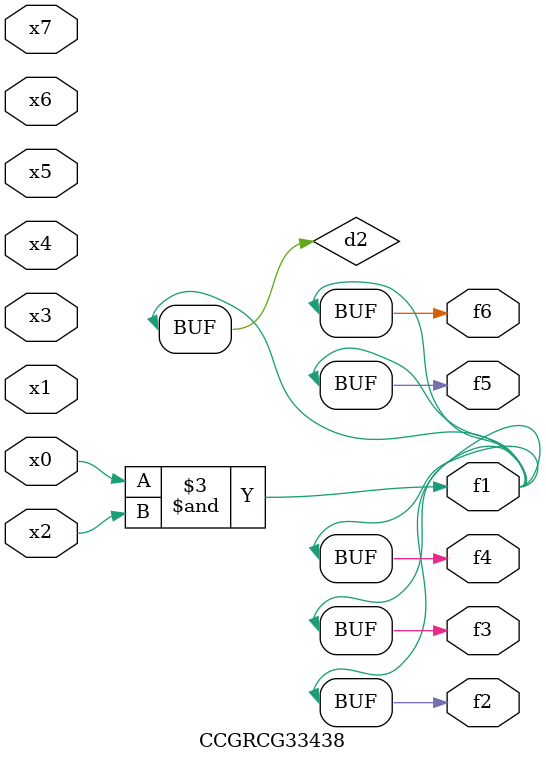
<source format=v>
module CCGRCG33438(
	input x0, x1, x2, x3, x4, x5, x6, x7,
	output f1, f2, f3, f4, f5, f6
);

	wire d1, d2;

	nor (d1, x3, x6);
	and (d2, x0, x2);
	assign f1 = d2;
	assign f2 = d2;
	assign f3 = d2;
	assign f4 = d2;
	assign f5 = d2;
	assign f6 = d2;
endmodule

</source>
